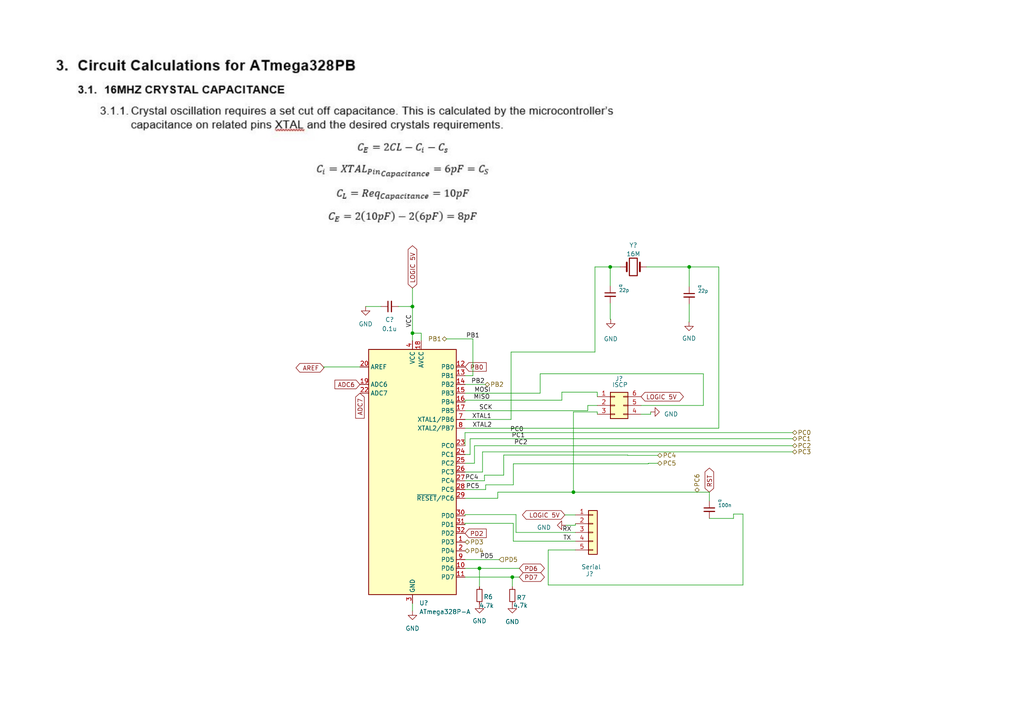
<source format=kicad_sch>
(kicad_sch (version 20230121) (generator eeschema)
  (paper "A4")
  (lib_symbols
    (symbol "Connector_Generic:Conn_01x05" (pin_names (offset 1.016) hide)
      (property "Reference" "J" (at 0 7.62 0))
      (property "Value" "Conn_01x05" (at 0 -7.62 0))
      (symbol "Conn_01x05_1_1"
        (rectangle (start -1.27 -4.953) (end 0 -5.207) (stroke (width 0.1524)))
        (rectangle (start -1.27 -2.413) (end 0 -2.667) (stroke (width 0.1524)))
        (rectangle (start -1.27 0.127) (end 0 -0.127) (stroke (width 0.1524)))
        (rectangle (start -1.27 2.667) (end 0 2.413) (stroke (width 0.1524)))
        (rectangle (start -1.27 5.207) (end 0 4.953) (stroke (width 0.1524)))
        (rectangle (start -1.27 6.35) (end 1.27 -6.35) (stroke (width 0.254)) (fill (type background)))
        (pin passive line (at -5.08 5.08 0) (length 3.81) (name "Pin_1") (number "1"))
        (pin passive line (at -5.08 2.54 0) (length 3.81) (name "Pin_2") (number "2"))
        (pin passive line (at -5.08 0 0) (length 3.81) (name "Pin_3") (number "3"))
        (pin passive line (at -5.08 -2.54 0) (length 3.81) (name "Pin_4") (number "4"))
        (pin passive line (at -5.08 -5.08 0) (length 3.81) (name "Pin_5") (number "5"))
      )
    )
    (symbol "Connector_Generic:Conn_02x03_Counter_Clockwise" (pin_names (offset 1.016) hide)
      (property "Reference" "J" (at 1.27 5.08 0))
      (property "Value" "Conn_02x03_Counter_Clockwise" (at 1.27 -5.08 0))
      (symbol "Conn_02x03_Counter_Clockwise_1_1"
        (rectangle (start -1.27 -2.413) (end 0 -2.667) (stroke (width 0.1524)))
        (rectangle (start -1.27 0.127) (end 0 -0.127) (stroke (width 0.1524)))
        (rectangle (start -1.27 2.667) (end 0 2.413) (stroke (width 0.1524)))
        (rectangle (start -1.27 3.81) (end 3.81 -3.81) (stroke (width 0.254)) (fill (type background)))
        (rectangle (start 3.81 -2.413) (end 2.54 -2.667) (stroke (width 0.1524)))
        (rectangle (start 3.81 0.127) (end 2.54 -0.127) (stroke (width 0.1524)))
        (rectangle (start 3.81 2.667) (end 2.54 2.413) (stroke (width 0.1524)))
        (pin passive line (at -5.08 2.54 0) (length 3.81) (name "Pin_1") (number "1"))
        (pin passive line (at -5.08 0 0) (length 3.81) (name "Pin_2") (number "2"))
        (pin passive line (at -5.08 -2.54 0) (length 3.81) (name "Pin_3") (number "3"))
        (pin passive line (at 7.62 -2.54 180) (length 3.81) (name "Pin_4") (number "4"))
        (pin passive line (at 7.62 0 180) (length 3.81) (name "Pin_5") (number "5"))
        (pin passive line (at 7.62 2.54 180) (length 3.81) (name "Pin_6") (number "6"))
      )
    )
    (symbol "Device:C_Small" (pin_numbers hide) (pin_names (offset 0.254) hide)
      (property "Reference" "C" (at 0.254 1.778 0))
      (property "Value" "C_Small" (at 0.254 -2.032 0))
      (symbol "C_Small_0_1"
        (polyline (pts (xy -1.524 -0.508) (xy 1.524 -0.508)) (stroke (width 0.3302)))
        (polyline (pts (xy -1.524 0.508) (xy 1.524 0.508)) (stroke (width 0.3048)))
      )
      (symbol "C_Small_1_1"
        (pin passive line (at 0 2.54 270) (length 2.032) (name "~") (number "1"))
        (pin passive line (at 0 -2.54 90) (length 2.032) (name "~") (number "2"))
      )
    )
    (symbol "Device:Crystal" (pin_numbers hide) (pin_names (offset 1.016) hide)
      (property "Reference" "Y" (at 0 3.81 0))
      (property "Value" "Crystal" (at 0 -3.81 0))
      (symbol "Crystal_0_1"
        (rectangle (start -1.143 2.54) (end 1.143 -2.54) (stroke (width 0.3048)))
        (polyline (pts (xy -2.54 0) (xy -1.905 0)))
        (polyline (pts (xy -1.905 -1.27) (xy -1.905 1.27)) (stroke (width 0.508)))
        (polyline (pts (xy 1.905 -1.27) (xy 1.905 1.27)) (stroke (width 0.508)))
        (polyline (pts (xy 2.54 0) (xy 1.905 0)))
      )
      (symbol "Crystal_1_1"
        (pin passive line (at -3.81 0 0) (length 1.27) (name "1") (number "1"))
        (pin passive line (at 3.81 0 180) (length 1.27) (name "2") (number "2"))
      )
    )
    (symbol "Device:R_Small" (pin_numbers hide) (pin_names (offset 0.254) hide)
      (property "Reference" "R" (at 0.762 0.508 0))
      (property "Value" "R_Small" (at 0.762 -1.016 0))
      (symbol "R_Small_0_1"
        (rectangle (start -0.762 1.778) (end 0.762 -1.778) (stroke (width 0.2032)))
      )
      (symbol "R_Small_1_1"
        (pin passive line (at 0 2.54 270) (length 0.762) (name "~") (number "1"))
        (pin passive line (at 0 -2.54 90) (length 0.762) (name "~") (number "2"))
      )
    )
    (symbol "MCU_Microchip_ATmega:ATmega328P-A"
      (property "Reference" "U" (at -12.7 36.83 0))
      (property "Value" "ATmega328P-A" (at 2.54 -36.83 0))
      (symbol "ATmega328P-A_0_1"
        (rectangle (start -12.7 -35.56) (end 12.7 35.56) (stroke (width 0.254)) (fill (type background)))
      )
      (symbol "ATmega328P-A_1_1"
        (pin bidirectional line (at 15.24 -20.32 180) (length 2.54) (name "PD3") (number "1"))
        (pin bidirectional line (at 15.24 -27.94 180) (length 2.54) (name "PD6") (number "10"))
        (pin bidirectional line (at 15.24 -30.48 180) (length 2.54) (name "PD7") (number "11"))
        (pin bidirectional line (at 15.24 30.48 180) (length 2.54) (name "PB0") (number "12"))
        (pin bidirectional line (at 15.24 27.94 180) (length 2.54) (name "PB1") (number "13"))
        (pin bidirectional line (at 15.24 25.4 180) (length 2.54) (name "PB2") (number "14"))
        (pin bidirectional line (at 15.24 22.86 180) (length 2.54) (name "PB3") (number "15"))
        (pin bidirectional line (at 15.24 20.32 180) (length 2.54) (name "PB4") (number "16"))
        (pin bidirectional line (at 15.24 17.78 180) (length 2.54) (name "PB5") (number "17"))
        (pin power_in line (at 2.54 38.1 270) (length 2.54) (name "AVCC") (number "18"))
        (pin input line (at -15.24 25.4 0) (length 2.54) (name "ADC6") (number "19"))
        (pin bidirectional line (at 15.24 -22.86 180) (length 2.54) (name "PD4") (number "2"))
        (pin passive line (at -15.24 30.48 0) (length 2.54) (name "AREF") (number "20"))
        (pin passive line (at 0 -38.1 90) (length 2.54) hide (name "GND") (number "21"))
        (pin input line (at -15.24 22.86 0) (length 2.54) (name "ADC7") (number "22"))
        (pin bidirectional line (at 15.24 7.62 180) (length 2.54) (name "PC0") (number "23"))
        (pin bidirectional line (at 15.24 5.08 180) (length 2.54) (name "PC1") (number "24"))
        (pin bidirectional line (at 15.24 2.54 180) (length 2.54) (name "PC2") (number "25"))
        (pin bidirectional line (at 15.24 0 180) (length 2.54) (name "PC3") (number "26"))
        (pin bidirectional line (at 15.24 -2.54 180) (length 2.54) (name "PC4") (number "27"))
        (pin bidirectional line (at 15.24 -5.08 180) (length 2.54) (name "PC5") (number "28"))
        (pin bidirectional line (at 15.24 -7.62 180) (length 2.54) (name "~{RESET}/PC6") (number "29"))
        (pin power_in line (at 0 -38.1 90) (length 2.54) (name "GND") (number "3"))
        (pin bidirectional line (at 15.24 -12.7 180) (length 2.54) (name "PD0") (number "30"))
        (pin bidirectional line (at 15.24 -15.24 180) (length 2.54) (name "PD1") (number "31"))
        (pin bidirectional line (at 15.24 -17.78 180) (length 2.54) (name "PD2") (number "32"))
        (pin power_in line (at 0 38.1 270) (length 2.54) (name "VCC") (number "4"))
        (pin passive line (at 0 -38.1 90) (length 2.54) hide (name "GND") (number "5"))
        (pin passive line (at 0 38.1 270) (length 2.54) hide (name "VCC") (number "6"))
        (pin bidirectional line (at 15.24 15.24 180) (length 2.54) (name "XTAL1/PB6") (number "7"))
        (pin bidirectional line (at 15.24 12.7 180) (length 2.54) (name "XTAL2/PB7") (number "8"))
        (pin bidirectional line (at 15.24 -25.4 180) (length 2.54) (name "PD5") (number "9"))
      )
    )
    (symbol "power:GND" (power) (pin_names (offset 0))
      (property "Value" "GND" (at 0 -3.81 0))
      (symbol "GND_0_1"
        (polyline (pts (xy 0 0) (xy 0 -1.27) (xy 1.27 -1.27) (xy 0 -2.54) (xy -1.27 -1.27) (xy 0 -1.27)))
      )
      (symbol "GND_1_1"
        (pin power_in line (at 0 0 270) (length 0) hide (name "GND") (number "1"))
      )
    )
  )
  (junction (at 148.5927 167.386))
  (junction (at 139.065 164.846))
  (junction (at 119.634 88.9055))
  (junction (at 176.9872 77.4192))
  (junction (at 199.898 77.4192))
  (junction (at 166.3188 142.748))
  (junction (at 119.634 96.6295))
  (wire (pts (xy 173.228 113.7412) (xy 173.228 115.062)))
  (wire (pts (xy 176.9872 82.9056) (xy 176.9872 77.4192)))
  (wire (pts (xy 134.874 151.7904) (xy 134.874 152.146)))
  (wire (pts (xy 118.999 88.9) (xy 115.57 88.9)))
  (wire (pts (xy 140.5128 139.446) (xy 134.874 139.446)))
  (wire (pts (xy 144.3736 144.526) (xy 134.874 144.526)))
  (wire (pts (xy 146.1008 131.9784) (xy 182.0672 131.9784)))
  (wire (pts (xy 137.16 98.298) (xy 129.54 98.298)))
  (wire (pts (xy 188.722 120.142) (xy 188.722 119.4816)))
  (wire (pts (xy 134.874 125.476) (xy 229.87 125.476)))
  (wire (pts (xy 134.874 116.078) (xy 162.9664 116.078)))
  (wire (pts (xy 140.8684 140.6266) (xy 148.8948 140.6266)))
  (wire (pts (xy 215.4936 149.098) (xy 215.4936 169.672)))
  (wire (pts (xy 173.228 119.4816) (xy 173.228 120.142)))
  (wire (pts (xy 199.898 77.4192) (xy 208.4832 77.4192)))
  (wire (pts (xy 166.3188 142.748) (xy 166.3188 119.4816)))
  (wire (pts (xy 119.634 88.9055) (xy 119.634 96.6295)))
  (wire (pts (xy 134.874 149.2504) (xy 134.874 149.606)))
  (wire (pts (xy 148.8755 156.972) (xy 166.878 156.972)))
  (wire (pts (xy 208.4832 124.206) (xy 134.874 124.206)))
  (wire (pts (xy 134.874 167.386) (xy 148.5927 167.386)))
  (wire (pts (xy 149.6691 149.2504) (xy 149.6691 154.432)))
  (wire (pts (xy 208.4832 77.4192) (xy 208.4832 124.206)))
  (wire (pts (xy 164.1856 152.3492) (xy 166.878 152.3492)))
  (wire (pts (xy 170.4848 117.602) (xy 173.228 117.602)))
  (wire (pts (xy 136.3472 131.826) (xy 136.3472 127.254)))
  (wire (pts (xy 134.874 119.126) (xy 170.4848 119.126)))
  (wire (pts (xy 148.8948 140.6266) (xy 148.8948 134.5184)))
  (wire (pts (xy 134.874 136.906) (xy 139.954 136.906)))
  (wire (pts (xy 205.74 150.368) (xy 212.7504 150.368)))
  (wire (pts (xy 156.6672 108.4072) (xy 204.0128 108.4072)))
  (wire (pts (xy 162.9664 116.078) (xy 162.9664 113.7412)))
  (wire (pts (xy 166.878 152.3492) (xy 166.878 151.892)))
  (wire (pts (xy 182.0672 132.08) (xy 182.0672 131.9784)))
  (wire (pts (xy 134.874 134.366) (xy 137.6172 134.366)))
  (wire (pts (xy 134.874 121.666) (xy 148.2344 121.666)))
  (wire (pts (xy 148.2344 102.108) (xy 148.2344 121.666)))
  (wire (pts (xy 134.874 149.2504) (xy 149.6691 149.2504)))
  (wire (pts (xy 188.0616 134.366) (xy 190.754 134.366)))
  (wire (pts (xy 134.874 131.826) (xy 136.3472 131.826)))
  (wire (pts (xy 118.999 88.9055) (xy 119.634 88.9055)))
  (wire (pts (xy 134.874 129.286) (xy 134.874 125.476)))
  (wire (pts (xy 150.622 167.386) (xy 148.5927 167.386)))
  (wire (pts (xy 134.874 164.846) (xy 139.065 164.846)))
  (wire (pts (xy 148.2344 102.108) (xy 172.5676 102.108)))
  (wire (pts (xy 215.4936 169.672) (xy 159.004 169.672)))
  (wire (pts (xy 93.98 106.426) (xy 104.394 106.426)))
  (wire (pts (xy 148.5927 168.021) (xy 148.5927 167.386)))
  (wire (pts (xy 139.065 164.846) (xy 150.622 164.846)))
  (wire (pts (xy 185.928 120.142) (xy 188.722 120.142)))
  (wire (pts (xy 137.16 108.966) (xy 137.16 98.298)))
  (wire (pts (xy 187.5028 77.4192) (xy 199.898 77.4192)))
  (wire (pts (xy 172.5676 77.4192) (xy 176.9872 77.4192)))
  (wire (pts (xy 134.874 141.986) (xy 140.8684 141.986)))
  (wire (pts (xy 148.5927 168.021) (xy 148.59 168.021)))
  (wire (pts (xy 148.59 168.021) (xy 148.59 170.18)))
  (wire (pts (xy 188.0616 134.366) (xy 188.0616 134.5184)))
  (wire (pts (xy 134.874 162.306) (xy 144.78 162.306)))
  (wire (pts (xy 93.98 106.68) (xy 93.98 106.426)))
  (wire (pts (xy 199.898 83.1088) (xy 199.898 77.4192)))
  (wire (pts (xy 205.74 142.748) (xy 205.74 145.288)))
  (wire (pts (xy 144.3736 142.748) (xy 144.3736 144.526)))
  (wire (pts (xy 163.83 149.352) (xy 166.878 149.352)))
  (wire (pts (xy 166.3188 142.748) (xy 205.74 142.748)))
  (wire (pts (xy 139.065 164.846) (xy 139.065 170.18)))
  (wire (pts (xy 140.8684 141.986) (xy 140.8684 140.6266)))
  (wire (pts (xy 204.0128 108.4072) (xy 204.0128 117.602)))
  (wire (pts (xy 122.174 98.806) (xy 122.174 96.6295)))
  (wire (pts (xy 140.5128 137.8204) (xy 140.5128 139.446)))
  (wire (pts (xy 159.004 169.672) (xy 159.004 159.512)))
  (wire (pts (xy 166.3188 119.4816) (xy 173.228 119.4816)))
  (wire (pts (xy 176.9872 92.6084) (xy 177.1396 92.6084)))
  (wire (pts (xy 134.874 116.078) (xy 134.874 116.586)))
  (wire (pts (xy 110.49 88.9) (xy 106.045 88.9)))
  (wire (pts (xy 162.9664 113.7412) (xy 173.228 113.7412)))
  (wire (pts (xy 139.954 136.906) (xy 139.954 131.064)))
  (wire (pts (xy 144.3736 142.748) (xy 166.3188 142.748)))
  (wire (pts (xy 170.4848 119.126) (xy 170.4848 117.602)))
  (wire (pts (xy 134.874 111.506) (xy 140.716 111.506)))
  (wire (pts (xy 118.999 88.9055) (xy 118.999 88.9)))
  (wire (pts (xy 122.174 96.6295) (xy 119.634 96.6295)))
  (wire (pts (xy 149.6691 154.432) (xy 166.878 154.432)))
  (wire (pts (xy 139.954 131.064) (xy 229.87 131.064)))
  (wire (pts (xy 176.9872 77.4192) (xy 179.8828 77.4192)))
  (wire (pts (xy 159.004 159.512) (xy 166.878 159.512)))
  (wire (pts (xy 212.7504 150.368) (xy 212.7504 149.098)))
  (wire (pts (xy 176.9872 87.9856) (xy 176.9872 92.6084)))
  (wire (pts (xy 119.634 96.6295) (xy 119.634 98.806)))
  (wire (pts (xy 134.874 151.7904) (xy 148.8755 151.7904)))
  (wire (pts (xy 182.0672 132.08) (xy 190.754 132.08)))
  (wire (pts (xy 199.898 93.3704) (xy 199.8472 93.3704)))
  (wire (pts (xy 134.874 114.046) (xy 156.6672 114.046)))
  (wire (pts (xy 199.898 88.1888) (xy 199.898 93.3704)))
  (wire (pts (xy 137.6172 129.286) (xy 229.87 129.286)))
  (wire (pts (xy 172.5676 102.108) (xy 172.5676 77.4192)))
  (wire (pts (xy 140.5128 137.8204) (xy 146.1008 137.8204)))
  (wire (pts (xy 134.874 108.966) (xy 137.16 108.966)))
  (wire (pts (xy 119.634 83.566) (xy 119.634 88.9055)))
  (wire (pts (xy 136.3472 127.254) (xy 229.87 127.254)))
  (wire (pts (xy 148.8755 151.7904) (xy 148.8755 156.972)))
  (wire (pts (xy 212.7504 149.098) (xy 215.4936 149.098)))
  (wire (pts (xy 148.8948 134.5184) (xy 188.0616 134.5184)))
  (wire (pts (xy 146.1008 137.8204) (xy 146.1008 131.9784)))
  (wire (pts (xy 137.6172 134.366) (xy 137.6172 129.286)))
  (wire (pts (xy 156.6672 114.046) (xy 156.6672 108.4072)))
  (wire (pts (xy 119.634 175.006) (xy 119.634 177.1904)))
  (wire (pts (xy 204.0128 117.602) (xy 185.928 117.602)))
  (image (at 96.52 40.64) (scale 1.5625))
  (label "PD5" (at 139.2004 162.306 0))
  (label "MOSI" (at 137.5523 114.046 0))
  (label "PC4" (at 134.874 139.446 0))
  (label "TX" (at 163.3043 156.972 0))
  (label "PC0" (at 147.9318 125.476 0))
  (label "VCC" (at 119.634 94.996 90))
  (label "PC2" (at 149.0861 129.286 0))
  (label "XTAL2" (at 136.9947 124.206 0))
  (label "SCK" (at 138.938 119.126 0))
  (label "PB2" (at 136.652 111.506 0))
  (label "MISO" (at 137.3377 116.078 0))
  (label "XTAL1" (at 136.8865 121.666 0))
  (label "PC1" (at 148.3647 127.254 0))
  (label "RX" (at 163.0879 154.432 0))
  (label "PC5" (at 135.128 141.986 0))
  (label "PB1" (at 135.172 98.298 0))
  (global_label "LOGIC 5V" (shape bidirectional) (at 119.634 83.566 90) (property "Intersheetrefs" "${INTERSHEET_REFS}" (effects hide)))
  (global_label "ADC7" (shape input) (at 104.394 114.046 270) (property "Intersheetrefs" "${INTERSHEET_REFS}" (effects hide)))
  (global_label "AREF" (shape bidirectional) (at 93.98 106.68 180) (property "Intersheetrefs" "${INTERSHEET_REFS}" (effects hide)))
  (global_label "PD6" (shape bidirectional) (at 150.622 164.846 0) (property "Intersheetrefs" "${INTERSHEET_REFS}" (effects hide)))
  (global_label "LOGIC 5V" (shape bidirectional) (at 163.83 149.352 180) (property "Intersheetrefs" "${INTERSHEET_REFS}" (effects hide)))
  (global_label "ADC6" (shape input) (at 104.394 111.506 180) (property "Intersheetrefs" "${INTERSHEET_REFS}" (effects hide)))
  (global_label "PD2" (shape input) (at 134.874 154.686 0) (property "Intersheetrefs" "${INTERSHEET_REFS}" (effects hide)))
  (global_label "PB0" (shape input) (at 134.874 106.426 0) (property "Intersheetrefs" "${INTERSHEET_REFS}" (effects hide)))
  (global_label "RST" (shape bidirectional) (at 205.74 142.748 90) (property "Intersheetrefs" "${INTERSHEET_REFS}" (effects hide)))
  (global_label "LOGIC 5V" (shape bidirectional) (at 185.928 115.062 0) (property "Intersheetrefs" "${INTERSHEET_REFS}" (effects hide)))
  (global_label "PD7" (shape bidirectional) (at 150.622 167.386 0) (property "Intersheetrefs" "${INTERSHEET_REFS}" (effects hide)))
  (hierarchical_label "PB2" (shape bidirectional) (at 140.716 111.506 0))
  (hierarchical_label "PD5" (shape input) (at 144.78 162.306 0))
  (hierarchical_label "PC2" (shape bidirectional) (at 229.87 129.286 0))
  (hierarchical_label "PC0" (shape bidirectional) (at 229.87 125.476 0))
  (hierarchical_label "PC6" (shape bidirectional) (at 202.184 142.748 90))
  (hierarchical_label "PC5" (shape bidirectional) (at 190.754 134.366 0))
  (hierarchical_label "PC4" (shape bidirectional) (at 190.754 132.08 0))
  (hierarchical_label "PB1" (shape bidirectional) (at 129.54 98.298 180))
  (hierarchical_label "PD3" (shape bidirectional) (at 134.874 157.226 0))
  (hierarchical_label "PD4" (shape bidirectional) (at 134.874 159.766 0))
  (hierarchical_label "PC3" (shape bidirectional) (at 229.87 131.064 0))
  (hierarchical_label "PC1" (shape bidirectional) (at 229.87 127.254 0))
  (symbol (lib_id "power:GND") (at 148.59 175.26 0) (unit 1)
    (property "Reference" "#PWR037" (effects hide))
    (property "Value" "GND" (at 148.59 180.3409 0))
  )
  (symbol (lib_id "power:GND") (at 177.1396 92.6084 0) (unit 1)
    (property "Reference" "#PWR?" (effects hide))
    (property "Value" "GND" (at 177.1396 98.298 0))
    (instances (project "MCU2" (path "" (reference "#PWR?") (unit 1))) (project "rps01" (path "" (reference "#PWR017") (unit 1))))
  )
  (symbol (lib_id "power:GND") (at 164.1856 152.3492 270) (unit 1)
    (property "Reference" "#PWR?" (effects hide))
    (property "Value" "GND" (at 159.8168 152.9842 90) (effects (justify right)))
    (instances (project "MCU2" (path "" (reference "#PWR?") (unit 1))) (project "rps01" (path "" (reference "#PWR023") (unit 1))))
  )
  (symbol (lib_id "power:GND") (at 199.8472 93.3704 0) (unit 1)
    (property "Reference" "#PWR?" (effects hide))
    (property "Value" "GND" (at 199.8472 98.1456 0))
    (instances (project "MCU2" (path "" (reference "#PWR?") (unit 1))) (project "rps01" (path "" (reference "#PWR018") (unit 1))))
  )
  (symbol (lib_id "power:GND") (at 139.065 175.26 0) (unit 1)
    (property "Reference" "#PWR031" (effects hide))
    (property "Value" "GND" (at 139.065 180.0913 0))
  )
  (symbol (lib_id "power:GND") (at 106.045 88.9 0) (unit 1)
    (property "Reference" "#PWR038" (effects hide))
    (property "Value" "GND" (at 106.045 93.98 0))
  )
  (symbol (lib_id "Device:C_Small") (at 205.74 147.828 0) (unit 1)
    (property "Reference" "C?" (at 208.28 145.288 0) (effects (font (size 0.5 0.5)) (justify left)))
    (property "Value" "100n" (at 208.28 146.558 0) (effects (font (size 1 1)) (justify left)))
    (property "Footprint" "Capacitor_SMD:C_0603_1608Metric" (effects hide))
    (instances (project "MCU2" (path "" (reference "C?") (unit 1))) (project "rps01" (path "" (reference "C8") (unit 1))))
  )
  (symbol (lib_id "MCU_Microchip_ATmega:ATmega328P-A") (at 119.634 136.906 0) (unit 1)
    (property "Reference" "U?" (at 121.5899 174.9044 0) (effects (justify left)))
    (property "Value" "ATmega328P-A" (at 121.5899 177.4444 0) (effects (justify left)))
    (property "Footprint" "Package_QFP:TQFP-32_7x7mm_P0.8mm" (effects hide))
    (property "Datasheet" "http://ww1.microchip.com/downloads/en/DeviceDoc/ATmega328_P%20AVR%20MCU%20with%20picoPower%20Technology%20Data%20Sheet%2040001984A.pdf" (effects hide))
    (instances (project "MCU2" (path "" (reference "U?") (unit 1))) (project "rps01" (path "" (reference "U10") (unit 1))))
  )
  (symbol (lib_id "Device:C_Small") (at 113.03 88.9 90) (unit 1)
    (property "Reference" "C?" (at 114.3 92.71 90) (effects (justify left)))
    (property "Value" "0.1u" (at 115.1636 95.377 90) (effects (justify left)))
    (property "Footprint" "Capacitor_SMD:C_0603_1608Metric" (effects hide))
    (instances (project "MCU2" (path "" (reference "C?") (unit 1))) (project "rps01" (path "" (reference "C4") (unit 1))))
  )
  (symbol (lib_id "power:GND") (at 188.722 119.4816 90) (unit 1)
    (property "Reference" "#PWR?" (effects hide))
    (property "Value" "GND" (at 192.5828 120.1166 90) (effects (justify right)))
    (instances (project "MCU2" (path "" (reference "#PWR?") (unit 1))) (project "rps01" (path "" (reference "#PWR021") (unit 1))))
  )
  (symbol (lib_id "Device:R_Small") (at 139.065 172.72 0) (unit 1)
    (property "Reference" "R6" (at 140.264 173.1136 0) (effects (justify left)))
    (property "Value" "4.7k" (at 138.994 175.6536 0) (effects (justify left)))
    (property "Footprint" "Resistor_SMD:R_0603_1608Metric" (effects hide))
  )
  (symbol (lib_id "Device:R_Small") (at 148.59 172.72 0) (unit 1)
    (property "Reference" "R7" (at 149.86 173.355 0) (effects (justify left)))
    (property "Value" "4.7k" (at 148.8054 175.6026 0) (effects (justify left)))
    (property "Footprint" "Resistor_SMD:R_0603_1608Metric" (effects hide))
  )
  (symbol (lib_id "Connector_Generic:Conn_01x05") (at 171.958 154.432 0) (unit 1)
    (property "Reference" "J?" (at 169.8752 166.4716 0) (effects (justify left)))
    (property "Value" "Serial" (at 168.6052 164.4396 0) (effects (justify left)))
    (property "Footprint" "Connector_PinHeader_2.54mm:PinHeader_1x05_P2.54mm_Horizontal" (effects hide))
    (instances (project "MCU2" (path "" (reference "J?") (unit 1))) (project "rps01" (path "" (reference "J12") (unit 1))))
  )
  (symbol (lib_id "Connector_Generic:Conn_02x03_Counter_Clockwise") (at 178.308 117.602 0) (unit 1)
    (property "Reference" "J?" (at 179.578 109.8296 0))
    (property "Value" "ISCP" (at 179.832 111.6076 0))
    (property "Footprint" "Connector_PinHeader_2.54mm:PinHeader_2x03_P2.54mm_Vertical" (effects hide))
    (instances (project "MCU2" (path "" (reference "J?") (unit 1))) (project "rps01" (path "" (reference "J11") (unit 1))))
  )
  (symbol (lib_id "Device:Crystal") (at 183.6928 77.4192 0) (unit 1)
    (property "Reference" "Y?" (at 183.6928 71.12 0))
    (property "Value" "16M" (at 183.6928 73.66 0))
    (property "Footprint" "Crystal:Crystal_SMD_HC49-SD" (effects hide))
    (instances (project "MCU2" (path "" (reference "Y?") (unit 1))) (project "rps01" (path "" (reference "Y1") (unit 1))))
  )
  (symbol (lib_id "Device:C_Small") (at 176.9872 85.4456 0) (unit 1)
    (property "Reference" "C?" (at 179.5272 82.9056 0) (effects (font (size 0.5 0.5)) (justify left)))
    (property "Value" "22p" (at 179.5272 84.1756 0) (effects (font (size 1 1)) (justify left)))
    (property "Footprint" "Capacitor_SMD:C_0603_1608Metric" (effects hide))
    (instances (project "MCU2" (path "" (reference "C?") (unit 1))) (project "rps01" (path "" (reference "C2") (unit 1))))
  )
  (symbol (lib_id "power:GND") (at 119.634 177.1904 0) (unit 1)
    (property "Reference" "#PWR?" (effects hide))
    (property "Value" "GND" (at 119.634 182.2704 0))
    (instances (project "MCU2" (path "" (reference "#PWR?") (unit 1))) (project "rps01" (path "" (reference "#PWR024") (unit 1))))
  )
  (symbol (lib_id "Device:C_Small") (at 199.898 85.6488 0) (unit 1)
    (property "Reference" "C?" (at 202.438 83.1088 0) (effects (font (size 0.5 0.5)) (justify left)))
    (property "Value" "22p" (at 202.438 84.3788 0) (effects (font (size 1 1)) (justify left)))
    (property "Footprint" "Capacitor_SMD:C_0603_1608Metric" (effects hide))
    (instances (project "MCU2" (path "" (reference "C?") (unit 1))) (project "rps01" (path "" (reference "C3") (unit 1))))
  )
)
</source>
